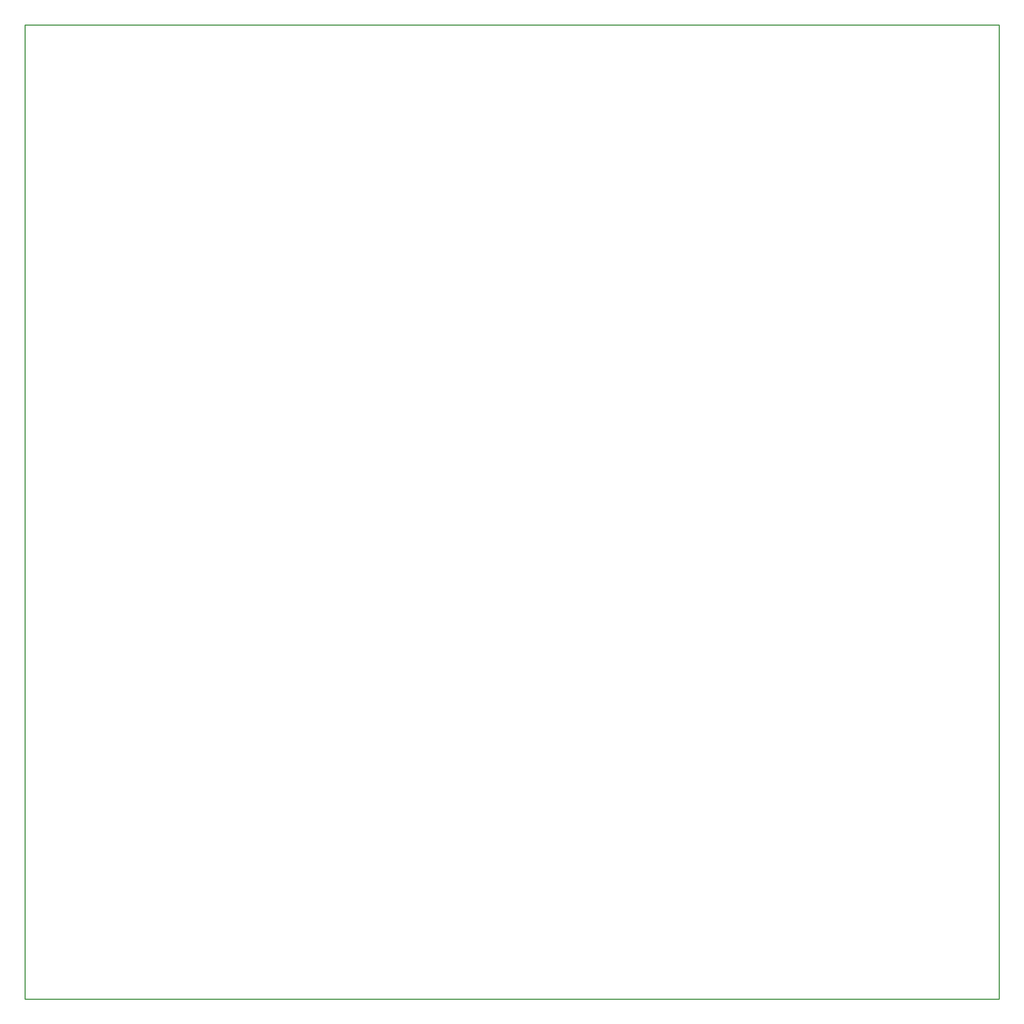
<source format=gko>
%FSTAX23Y23*%
%MOIN*%
%SFA1B1*%

%IPPOS*%
%ADD33C,0.010000*%
%LNchronomepcbv2_2-1*%
%LPD*%
G54D33*
X10675Y0274D02*
Y116D01*
X01815Y0274D02*
X10675D01*
X01815D02*
Y116D01*
X10675*
M02*
</source>
